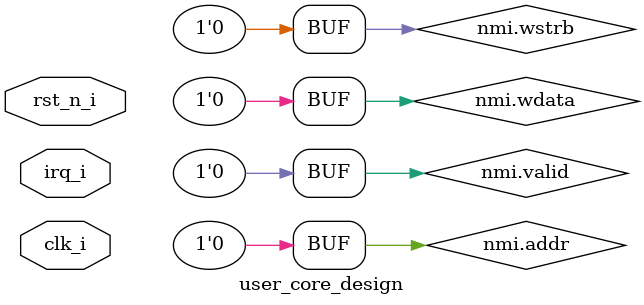
<source format=sv>


/* NOTE: README FIRST
 * 0. copy this file as `user_core_design.sv`
 * 1. create a new folder `usercore` and simply put `user_core_design.sv` into `usercore` folder
 * 2. put all user custom design files into `usercore` folder
 *    - instance top module of user design in `user_core_design.sv`
 *    - create a filelist named `usercore.fl` to include all files needed to be included
 * 3. archive 'usercore' as `usercore.zip` and upload `usercore.zip` to cloud platform
 */

// NOTE: dont remove `ID` parameter and port defines
module user_core_design #(
    parameter int ID = 5'd31
) (
    // verilog_format: off
    input  logic        clk_i,
    input  logic        rst_n_i,
    input  logic [31:0] irq_i,
    nmi_if.master       nmi
    // verilog_format: on
);

  // ========== USER CUSTOM AREA ==============
  assign nmi.valid = '0;
  assign nmi.addr  = '0;
  assign nmi.wdata = '0;
  assign nmi.wstrb = '0;
  // ========== USER CUSTOM AREA END ==========

  // ====== INSTANCE USER CUSTOM TOP DESIGN HERE ======
  // ==================================================
  // ==================================================

endmodule

</source>
